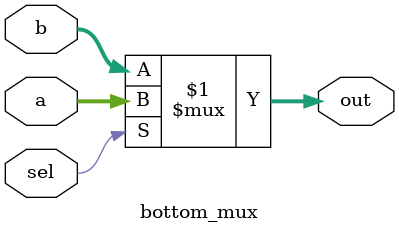
<source format=v>
module bottom_mux (a,b,sel,out);
	input wire [4:0] a,b;
	input wire sel;
    output wire	[4:0] out;

    assign	out = sel ? a : b;
endmodule
</source>
